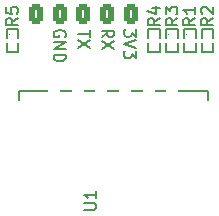
<source format=gbr>
%TF.GenerationSoftware,KiCad,Pcbnew,7.0.10-7.0.10~ubuntu22.04.1*%
%TF.CreationDate,2024-01-12T01:12:04+11:00*%
%TF.ProjectId,Zemismart-ZM25TQ-TYW-ESP8266-Direct-Board,5a656d69-736d-4617-9274-2d5a4d323554,1*%
%TF.SameCoordinates,Original*%
%TF.FileFunction,Legend,Top*%
%TF.FilePolarity,Positive*%
%FSLAX46Y46*%
G04 Gerber Fmt 4.6, Leading zero omitted, Abs format (unit mm)*
G04 Created by KiCad (PCBNEW 7.0.10-7.0.10~ubuntu22.04.1) date 2024-01-12 01:12:04*
%MOMM*%
%LPD*%
G01*
G04 APERTURE LIST*
G04 Aperture macros list*
%AMRoundRect*
0 Rectangle with rounded corners*
0 $1 Rounding radius*
0 $2 $3 $4 $5 $6 $7 $8 $9 X,Y pos of 4 corners*
0 Add a 4 corners polygon primitive as box body*
4,1,4,$2,$3,$4,$5,$6,$7,$8,$9,$2,$3,0*
0 Add four circle primitives for the rounded corners*
1,1,$1+$1,$2,$3*
1,1,$1+$1,$4,$5*
1,1,$1+$1,$6,$7*
1,1,$1+$1,$8,$9*
0 Add four rect primitives between the rounded corners*
20,1,$1+$1,$2,$3,$4,$5,0*
20,1,$1+$1,$4,$5,$6,$7,0*
20,1,$1+$1,$6,$7,$8,$9,0*
20,1,$1+$1,$8,$9,$2,$3,0*%
G04 Aperture macros list end*
%ADD10C,0.200000*%
%ADD11C,0.150000*%
%ADD12C,0.152400*%
%ADD13C,0.059995*%
%ADD14R,0.540005X0.565659*%
%ADD15RoundRect,0.250000X-0.350000X-0.625000X0.350000X-0.625000X0.350000X0.625000X-0.350000X0.625000X0*%
%ADD16R,2.500000X1.100000*%
%ADD17R,1.100000X2.500000*%
G04 APERTURE END LIST*
D10*
X142944161Y-86745482D02*
X142991780Y-86650244D01*
X142991780Y-86650244D02*
X142991780Y-86507387D01*
X142991780Y-86507387D02*
X142944161Y-86364530D01*
X142944161Y-86364530D02*
X142848923Y-86269292D01*
X142848923Y-86269292D02*
X142753685Y-86221673D01*
X142753685Y-86221673D02*
X142563209Y-86174054D01*
X142563209Y-86174054D02*
X142420352Y-86174054D01*
X142420352Y-86174054D02*
X142229876Y-86221673D01*
X142229876Y-86221673D02*
X142134638Y-86269292D01*
X142134638Y-86269292D02*
X142039400Y-86364530D01*
X142039400Y-86364530D02*
X141991780Y-86507387D01*
X141991780Y-86507387D02*
X141991780Y-86602625D01*
X141991780Y-86602625D02*
X142039400Y-86745482D01*
X142039400Y-86745482D02*
X142087019Y-86793101D01*
X142087019Y-86793101D02*
X142420352Y-86793101D01*
X142420352Y-86793101D02*
X142420352Y-86602625D01*
X141991780Y-87221673D02*
X142991780Y-87221673D01*
X142991780Y-87221673D02*
X141991780Y-87793101D01*
X141991780Y-87793101D02*
X142991780Y-87793101D01*
X141991780Y-88269292D02*
X142991780Y-88269292D01*
X142991780Y-88269292D02*
X142991780Y-88507387D01*
X142991780Y-88507387D02*
X142944161Y-88650244D01*
X142944161Y-88650244D02*
X142848923Y-88745482D01*
X142848923Y-88745482D02*
X142753685Y-88793101D01*
X142753685Y-88793101D02*
X142563209Y-88840720D01*
X142563209Y-88840720D02*
X142420352Y-88840720D01*
X142420352Y-88840720D02*
X142229876Y-88793101D01*
X142229876Y-88793101D02*
X142134638Y-88745482D01*
X142134638Y-88745482D02*
X142039400Y-88650244D01*
X142039400Y-88650244D02*
X141991780Y-88507387D01*
X141991780Y-88507387D02*
X141991780Y-88269292D01*
X148960780Y-86126435D02*
X148960780Y-86745482D01*
X148960780Y-86745482D02*
X148579828Y-86412149D01*
X148579828Y-86412149D02*
X148579828Y-86555006D01*
X148579828Y-86555006D02*
X148532209Y-86650244D01*
X148532209Y-86650244D02*
X148484590Y-86697863D01*
X148484590Y-86697863D02*
X148389352Y-86745482D01*
X148389352Y-86745482D02*
X148151257Y-86745482D01*
X148151257Y-86745482D02*
X148056019Y-86697863D01*
X148056019Y-86697863D02*
X148008400Y-86650244D01*
X148008400Y-86650244D02*
X147960780Y-86555006D01*
X147960780Y-86555006D02*
X147960780Y-86269292D01*
X147960780Y-86269292D02*
X148008400Y-86174054D01*
X148008400Y-86174054D02*
X148056019Y-86126435D01*
X148960780Y-87031197D02*
X147960780Y-87364530D01*
X147960780Y-87364530D02*
X148960780Y-87697863D01*
X148960780Y-87935959D02*
X148960780Y-88555006D01*
X148960780Y-88555006D02*
X148579828Y-88221673D01*
X148579828Y-88221673D02*
X148579828Y-88364530D01*
X148579828Y-88364530D02*
X148532209Y-88459768D01*
X148532209Y-88459768D02*
X148484590Y-88507387D01*
X148484590Y-88507387D02*
X148389352Y-88555006D01*
X148389352Y-88555006D02*
X148151257Y-88555006D01*
X148151257Y-88555006D02*
X148056019Y-88507387D01*
X148056019Y-88507387D02*
X148008400Y-88459768D01*
X148008400Y-88459768D02*
X147960780Y-88364530D01*
X147960780Y-88364530D02*
X147960780Y-88078816D01*
X147960780Y-88078816D02*
X148008400Y-87983578D01*
X148008400Y-87983578D02*
X148056019Y-87935959D01*
X146055780Y-86793101D02*
X146531971Y-86459768D01*
X146055780Y-86221673D02*
X147055780Y-86221673D01*
X147055780Y-86221673D02*
X147055780Y-86602625D01*
X147055780Y-86602625D02*
X147008161Y-86697863D01*
X147008161Y-86697863D02*
X146960542Y-86745482D01*
X146960542Y-86745482D02*
X146865304Y-86793101D01*
X146865304Y-86793101D02*
X146722447Y-86793101D01*
X146722447Y-86793101D02*
X146627209Y-86745482D01*
X146627209Y-86745482D02*
X146579590Y-86697863D01*
X146579590Y-86697863D02*
X146531971Y-86602625D01*
X146531971Y-86602625D02*
X146531971Y-86221673D01*
X147055780Y-87126435D02*
X146055780Y-87793101D01*
X147055780Y-87793101D02*
X146055780Y-87126435D01*
X145023780Y-86205816D02*
X145023780Y-86777244D01*
X144023780Y-86491530D02*
X145023780Y-86491530D01*
X145023780Y-87015340D02*
X144023780Y-87682006D01*
X145023780Y-87682006D02*
X144023780Y-87015340D01*
D11*
X153954819Y-85166666D02*
X153478628Y-85499999D01*
X153954819Y-85738094D02*
X152954819Y-85738094D01*
X152954819Y-85738094D02*
X152954819Y-85357142D01*
X152954819Y-85357142D02*
X153002438Y-85261904D01*
X153002438Y-85261904D02*
X153050057Y-85214285D01*
X153050057Y-85214285D02*
X153145295Y-85166666D01*
X153145295Y-85166666D02*
X153288152Y-85166666D01*
X153288152Y-85166666D02*
X153383390Y-85214285D01*
X153383390Y-85214285D02*
X153431009Y-85261904D01*
X153431009Y-85261904D02*
X153478628Y-85357142D01*
X153478628Y-85357142D02*
X153478628Y-85738094D01*
X153954819Y-84214285D02*
X153954819Y-84785713D01*
X153954819Y-84499999D02*
X152954819Y-84499999D01*
X152954819Y-84499999D02*
X153097676Y-84595237D01*
X153097676Y-84595237D02*
X153192914Y-84690475D01*
X153192914Y-84690475D02*
X153240533Y-84785713D01*
X152454819Y-85166666D02*
X151978628Y-85499999D01*
X152454819Y-85738094D02*
X151454819Y-85738094D01*
X151454819Y-85738094D02*
X151454819Y-85357142D01*
X151454819Y-85357142D02*
X151502438Y-85261904D01*
X151502438Y-85261904D02*
X151550057Y-85214285D01*
X151550057Y-85214285D02*
X151645295Y-85166666D01*
X151645295Y-85166666D02*
X151788152Y-85166666D01*
X151788152Y-85166666D02*
X151883390Y-85214285D01*
X151883390Y-85214285D02*
X151931009Y-85261904D01*
X151931009Y-85261904D02*
X151978628Y-85357142D01*
X151978628Y-85357142D02*
X151978628Y-85738094D01*
X151454819Y-84833332D02*
X151454819Y-84214285D01*
X151454819Y-84214285D02*
X151835771Y-84547618D01*
X151835771Y-84547618D02*
X151835771Y-84404761D01*
X151835771Y-84404761D02*
X151883390Y-84309523D01*
X151883390Y-84309523D02*
X151931009Y-84261904D01*
X151931009Y-84261904D02*
X152026247Y-84214285D01*
X152026247Y-84214285D02*
X152264342Y-84214285D01*
X152264342Y-84214285D02*
X152359580Y-84261904D01*
X152359580Y-84261904D02*
X152407200Y-84309523D01*
X152407200Y-84309523D02*
X152454819Y-84404761D01*
X152454819Y-84404761D02*
X152454819Y-84690475D01*
X152454819Y-84690475D02*
X152407200Y-84785713D01*
X152407200Y-84785713D02*
X152359580Y-84833332D01*
X155454819Y-85166666D02*
X154978628Y-85499999D01*
X155454819Y-85738094D02*
X154454819Y-85738094D01*
X154454819Y-85738094D02*
X154454819Y-85357142D01*
X154454819Y-85357142D02*
X154502438Y-85261904D01*
X154502438Y-85261904D02*
X154550057Y-85214285D01*
X154550057Y-85214285D02*
X154645295Y-85166666D01*
X154645295Y-85166666D02*
X154788152Y-85166666D01*
X154788152Y-85166666D02*
X154883390Y-85214285D01*
X154883390Y-85214285D02*
X154931009Y-85261904D01*
X154931009Y-85261904D02*
X154978628Y-85357142D01*
X154978628Y-85357142D02*
X154978628Y-85738094D01*
X154550057Y-84785713D02*
X154502438Y-84738094D01*
X154502438Y-84738094D02*
X154454819Y-84642856D01*
X154454819Y-84642856D02*
X154454819Y-84404761D01*
X154454819Y-84404761D02*
X154502438Y-84309523D01*
X154502438Y-84309523D02*
X154550057Y-84261904D01*
X154550057Y-84261904D02*
X154645295Y-84214285D01*
X154645295Y-84214285D02*
X154740533Y-84214285D01*
X154740533Y-84214285D02*
X154883390Y-84261904D01*
X154883390Y-84261904D02*
X155454819Y-84833332D01*
X155454819Y-84833332D02*
X155454819Y-84214285D01*
X144564819Y-101411904D02*
X145374342Y-101411904D01*
X145374342Y-101411904D02*
X145469580Y-101364285D01*
X145469580Y-101364285D02*
X145517200Y-101316666D01*
X145517200Y-101316666D02*
X145564819Y-101221428D01*
X145564819Y-101221428D02*
X145564819Y-101030952D01*
X145564819Y-101030952D02*
X145517200Y-100935714D01*
X145517200Y-100935714D02*
X145469580Y-100888095D01*
X145469580Y-100888095D02*
X145374342Y-100840476D01*
X145374342Y-100840476D02*
X144564819Y-100840476D01*
X145564819Y-99840476D02*
X145564819Y-100411904D01*
X145564819Y-100126190D02*
X144564819Y-100126190D01*
X144564819Y-100126190D02*
X144707676Y-100221428D01*
X144707676Y-100221428D02*
X144802914Y-100316666D01*
X144802914Y-100316666D02*
X144850533Y-100411904D01*
X138954819Y-85166666D02*
X138478628Y-85499999D01*
X138954819Y-85738094D02*
X137954819Y-85738094D01*
X137954819Y-85738094D02*
X137954819Y-85357142D01*
X137954819Y-85357142D02*
X138002438Y-85261904D01*
X138002438Y-85261904D02*
X138050057Y-85214285D01*
X138050057Y-85214285D02*
X138145295Y-85166666D01*
X138145295Y-85166666D02*
X138288152Y-85166666D01*
X138288152Y-85166666D02*
X138383390Y-85214285D01*
X138383390Y-85214285D02*
X138431009Y-85261904D01*
X138431009Y-85261904D02*
X138478628Y-85357142D01*
X138478628Y-85357142D02*
X138478628Y-85738094D01*
X137954819Y-84261904D02*
X137954819Y-84738094D01*
X137954819Y-84738094D02*
X138431009Y-84785713D01*
X138431009Y-84785713D02*
X138383390Y-84738094D01*
X138383390Y-84738094D02*
X138335771Y-84642856D01*
X138335771Y-84642856D02*
X138335771Y-84404761D01*
X138335771Y-84404761D02*
X138383390Y-84309523D01*
X138383390Y-84309523D02*
X138431009Y-84261904D01*
X138431009Y-84261904D02*
X138526247Y-84214285D01*
X138526247Y-84214285D02*
X138764342Y-84214285D01*
X138764342Y-84214285D02*
X138859580Y-84261904D01*
X138859580Y-84261904D02*
X138907200Y-84309523D01*
X138907200Y-84309523D02*
X138954819Y-84404761D01*
X138954819Y-84404761D02*
X138954819Y-84642856D01*
X138954819Y-84642856D02*
X138907200Y-84738094D01*
X138907200Y-84738094D02*
X138859580Y-84785713D01*
X150954819Y-85166666D02*
X150478628Y-85499999D01*
X150954819Y-85738094D02*
X149954819Y-85738094D01*
X149954819Y-85738094D02*
X149954819Y-85357142D01*
X149954819Y-85357142D02*
X150002438Y-85261904D01*
X150002438Y-85261904D02*
X150050057Y-85214285D01*
X150050057Y-85214285D02*
X150145295Y-85166666D01*
X150145295Y-85166666D02*
X150288152Y-85166666D01*
X150288152Y-85166666D02*
X150383390Y-85214285D01*
X150383390Y-85214285D02*
X150431009Y-85261904D01*
X150431009Y-85261904D02*
X150478628Y-85357142D01*
X150478628Y-85357142D02*
X150478628Y-85738094D01*
X150288152Y-84309523D02*
X150954819Y-84309523D01*
X149907200Y-84547618D02*
X150621485Y-84785713D01*
X150621485Y-84785713D02*
X150621485Y-84166666D01*
D12*
%TO.C,R1*%
X153998603Y-86122936D02*
X153998603Y-86840970D01*
X153001397Y-86122936D02*
X153998603Y-86122936D01*
X153001397Y-86840970D02*
X153001397Y-86122936D01*
X153001397Y-87293396D02*
X153001397Y-88011430D01*
X153998603Y-88011430D02*
X153998603Y-87293396D01*
X153001397Y-88011430D02*
X153998603Y-88011430D01*
D13*
X153280010Y-86567183D02*
G75*
G03*
X153220016Y-86567183I-29997J0D01*
G01*
X153220016Y-86567183D02*
G75*
G03*
X153280010Y-86567183I29997J0D01*
G01*
D12*
%TO.C,R3*%
X152498603Y-86122936D02*
X152498603Y-86840970D01*
X151501397Y-86122936D02*
X152498603Y-86122936D01*
X151501397Y-86840970D02*
X151501397Y-86122936D01*
X151501397Y-87293396D02*
X151501397Y-88011430D01*
X152498603Y-88011430D02*
X152498603Y-87293396D01*
X151501397Y-88011430D02*
X152498603Y-88011430D01*
D13*
X151780010Y-86567183D02*
G75*
G03*
X151720016Y-86567183I-29997J0D01*
G01*
X151720016Y-86567183D02*
G75*
G03*
X151780010Y-86567183I29997J0D01*
G01*
D12*
%TO.C,R2*%
X155498603Y-86122936D02*
X155498603Y-86840970D01*
X154501397Y-86122936D02*
X155498603Y-86122936D01*
X154501397Y-86840970D02*
X154501397Y-86122936D01*
X154501397Y-87293396D02*
X154501397Y-88011430D01*
X155498603Y-88011430D02*
X155498603Y-87293396D01*
X154501397Y-88011430D02*
X155498603Y-88011430D01*
D13*
X154780010Y-86567183D02*
G75*
G03*
X154720016Y-86567183I-29997J0D01*
G01*
X154720016Y-86567183D02*
G75*
G03*
X154780010Y-86567183I29997J0D01*
G01*
D12*
%TO.C,U1*%
X155016000Y-92141000D02*
X155016000Y-91379000D01*
X155016000Y-91379000D02*
X139014000Y-91379000D01*
X139014000Y-91379000D02*
X139014000Y-92141000D01*
%TO.C,R5*%
X138998603Y-86122936D02*
X138998603Y-86840970D01*
X138001397Y-86122936D02*
X138998603Y-86122936D01*
X138001397Y-86840970D02*
X138001397Y-86122936D01*
X138001397Y-87293396D02*
X138001397Y-88011430D01*
X138998603Y-88011430D02*
X138998603Y-87293396D01*
X138001397Y-88011430D02*
X138998603Y-88011430D01*
D13*
X138280010Y-86567183D02*
G75*
G03*
X138220016Y-86567183I-29997J0D01*
G01*
X138220016Y-86567183D02*
G75*
G03*
X138280010Y-86567183I29997J0D01*
G01*
D12*
%TO.C,R4*%
X150998603Y-86122936D02*
X150998603Y-86840970D01*
X150001397Y-86122936D02*
X150998603Y-86122936D01*
X150001397Y-86840970D02*
X150001397Y-86122936D01*
X150001397Y-87293396D02*
X150001397Y-88011430D01*
X150998603Y-88011430D02*
X150998603Y-87293396D01*
X150001397Y-88011430D02*
X150998603Y-88011430D01*
D13*
X150280010Y-86567183D02*
G75*
G03*
X150220016Y-86567183I-29997J0D01*
G01*
X150220016Y-86567183D02*
G75*
G03*
X150280010Y-86567183I29997J0D01*
G01*
%TD*%
%LPC*%
D14*
%TO.C,R1*%
X153500000Y-86634366D03*
X153500000Y-87500000D03*
%TD*%
%TO.C,R3*%
X152000000Y-86634366D03*
X152000000Y-87500000D03*
%TD*%
%TO.C,R2*%
X155000000Y-86634366D03*
X155000000Y-87500000D03*
%TD*%
D15*
%TO.C,J1*%
X140494000Y-84836000D03*
X142494000Y-84836000D03*
X144494000Y-84836000D03*
X146494000Y-84836000D03*
X148494000Y-84836000D03*
%TD*%
D16*
%TO.C,U1*%
X154700000Y-107000000D03*
X154700000Y-105000000D03*
X154700000Y-103000000D03*
X154700000Y-101000000D03*
X154700000Y-99000000D03*
X154700000Y-97000000D03*
X154700000Y-95000000D03*
X154700000Y-93000000D03*
X139300000Y-93000000D03*
X139300000Y-95000000D03*
X139300000Y-97000000D03*
X139300000Y-99000000D03*
X139300000Y-101000000D03*
X139300000Y-103000000D03*
X139300000Y-105000000D03*
X139300000Y-107000000D03*
D17*
X152010000Y-91300000D03*
X150010000Y-91300000D03*
X148010000Y-91300000D03*
X146010000Y-91300000D03*
X144010000Y-91300000D03*
X142010000Y-91300000D03*
%TD*%
D14*
%TO.C,R5*%
X138500000Y-86634366D03*
X138500000Y-87500000D03*
%TD*%
%TO.C,R4*%
X150500000Y-86634366D03*
X150500000Y-87500000D03*
%TD*%
%LPD*%
M02*

</source>
